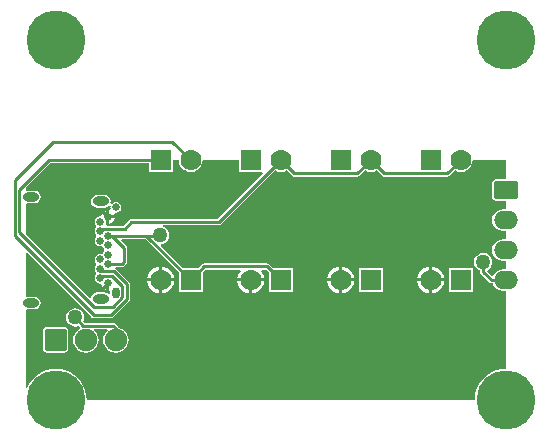
<source format=gbl>
G04 Layer_Physical_Order=2*
G04 Layer_Color=16711680*
%FSLAX44Y44*%
%MOMM*%
G71*
G01*
G75*
%ADD11C,0.2540*%
%ADD13O,1.4000X0.8000*%
%ADD14C,0.6500*%
%ADD15O,0.6500X0.9500*%
%ADD16C,1.7780*%
%ADD17R,1.7780X1.7780*%
%ADD18C,5.0000*%
%ADD19O,2.0320X1.5240*%
G04:AMPARAMS|DCode=20|XSize=1.524mm|YSize=2.032mm|CornerRadius=0.1905mm|HoleSize=0mm|Usage=FLASHONLY|Rotation=270.000|XOffset=0mm|YOffset=0mm|HoleType=Round|Shape=RoundedRectangle|*
%AMROUNDEDRECTD20*
21,1,1.5240,1.6510,0,0,270.0*
21,1,1.1430,2.0320,0,0,270.0*
1,1,0.3810,-0.8255,-0.5715*
1,1,0.3810,-0.8255,0.5715*
1,1,0.3810,0.8255,0.5715*
1,1,0.3810,0.8255,-0.5715*
%
%ADD20ROUNDEDRECTD20*%
G04:AMPARAMS|DCode=21|XSize=1.905mm|YSize=1.905mm|CornerRadius=0.2381mm|HoleSize=0mm|Usage=FLASHONLY|Rotation=90.000|XOffset=0mm|YOffset=0mm|HoleType=Round|Shape=RoundedRectangle|*
%AMROUNDEDRECTD21*
21,1,1.9050,1.4287,0,0,90.0*
21,1,1.4287,1.9050,0,0,90.0*
1,1,0.4763,0.7144,0.7144*
1,1,0.4763,0.7144,-0.7144*
1,1,0.4763,-0.7144,-0.7144*
1,1,0.4763,-0.7144,0.7144*
%
%ADD21ROUNDEDRECTD21*%
%ADD22C,1.9050*%
%ADD23C,1.2700*%
G36*
X685800Y1024952D02*
X677545D01*
X676306Y1024706D01*
X675256Y1024004D01*
X674554Y1022954D01*
X674308Y1021715D01*
Y1010285D01*
X674554Y1009046D01*
X675256Y1007996D01*
X676306Y1007294D01*
X677545Y1007048D01*
X685800D01*
Y999567D01*
X683260D01*
X680939Y999261D01*
X678777Y998365D01*
X676920Y996940D01*
X675495Y995083D01*
X674599Y992921D01*
X674293Y990600D01*
X674599Y988279D01*
X675495Y986117D01*
X676920Y984260D01*
X678777Y982835D01*
X680939Y981939D01*
X683260Y981633D01*
X685800D01*
Y974167D01*
X683260D01*
X680939Y973861D01*
X678777Y972965D01*
X676920Y971540D01*
X675495Y969683D01*
X674599Y967521D01*
X674293Y965200D01*
X674599Y962879D01*
X675495Y960717D01*
X676920Y958860D01*
X678777Y957435D01*
X680939Y956539D01*
X683260Y956233D01*
X685800D01*
Y948767D01*
X683260D01*
X680939Y948461D01*
X678777Y947565D01*
X676920Y946140D01*
X675495Y944283D01*
X675213Y943605D01*
X673968Y943357D01*
X670233Y947092D01*
X670443Y948149D01*
X670674Y948446D01*
X672185Y949605D01*
X673406Y951197D01*
X674174Y953051D01*
X674436Y955040D01*
X674174Y957029D01*
X673406Y958883D01*
X672185Y960475D01*
X670593Y961696D01*
X668739Y962464D01*
X666750Y962726D01*
X664761Y962464D01*
X662907Y961696D01*
X661315Y960475D01*
X660094Y958883D01*
X659326Y957029D01*
X659064Y955040D01*
X659326Y953051D01*
X660094Y951197D01*
X661315Y949605D01*
X662907Y948384D01*
X664160Y947865D01*
Y946912D01*
X664357Y945921D01*
X664919Y945081D01*
X672031Y937969D01*
X672871Y937407D01*
X673862Y937210D01*
X674710D01*
X675495Y935317D01*
X676920Y933460D01*
X678777Y932035D01*
X680939Y931139D01*
X683260Y930833D01*
X685800D01*
Y864551D01*
X681678Y864227D01*
X677657Y863261D01*
X673837Y861679D01*
X670311Y859519D01*
X667167Y856833D01*
X664481Y853689D01*
X662321Y850163D01*
X660739Y846343D01*
X659773Y842322D01*
X659449Y838200D01*
X331151D01*
X330827Y842322D01*
X329861Y846343D01*
X328279Y850163D01*
X326119Y853689D01*
X323433Y856833D01*
X320289Y859519D01*
X316763Y861679D01*
X312943Y863261D01*
X308922Y864227D01*
X304800Y864551D01*
X300678Y864227D01*
X296657Y863261D01*
X292837Y861679D01*
X289311Y859519D01*
X286167Y856833D01*
X283481Y853689D01*
X281321Y850163D01*
X280670Y848592D01*
X279400Y848845D01*
Y914164D01*
X280382Y914970D01*
X280600Y914927D01*
X286600D01*
X288656Y915336D01*
X290400Y916500D01*
X291564Y918244D01*
X291973Y920300D01*
X291564Y922356D01*
X290400Y924099D01*
X288656Y925264D01*
X286600Y925673D01*
X280600D01*
X280382Y925630D01*
X279400Y926435D01*
Y962598D01*
X280573Y963083D01*
X335660Y907997D01*
X336500Y907435D01*
X337491Y907238D01*
X351590D01*
X352581Y907435D01*
X353422Y907997D01*
X367031Y921607D01*
X367593Y922447D01*
X367790Y923438D01*
Y936096D01*
X367593Y937087D01*
X367031Y937927D01*
X355962Y948997D01*
X355448Y949340D01*
X355834Y950610D01*
X360872D01*
X361863Y950807D01*
X362703Y951369D01*
X364543Y953209D01*
X365105Y954049D01*
X365302Y955040D01*
Y967232D01*
X365105Y968223D01*
X364543Y969063D01*
X360170Y973437D01*
X360656Y974610D01*
X380627D01*
X408940Y946298D01*
Y929640D01*
X429260D01*
Y946298D01*
X431603Y948640D01*
X460675D01*
X461302Y947370D01*
X459916Y945564D01*
X458764Y942784D01*
X458539Y941070D01*
X469900D01*
X481261D01*
X481036Y942784D01*
X479884Y945564D01*
X478498Y947370D01*
X479125Y948640D01*
X482797D01*
X485140Y946298D01*
Y929640D01*
X505460D01*
Y949960D01*
X488802D01*
X485701Y953061D01*
X484861Y953623D01*
X483870Y953820D01*
X430530D01*
X429539Y953623D01*
X428699Y953061D01*
X425597Y949960D01*
X412603D01*
X393785Y968778D01*
X394240Y970119D01*
X395435Y970276D01*
X397289Y971044D01*
X398881Y972265D01*
X400102Y973857D01*
X400870Y975711D01*
X401132Y977700D01*
X400870Y979689D01*
X400102Y981543D01*
X398881Y983135D01*
X397289Y984356D01*
X395825Y984962D01*
X396078Y986232D01*
X442722D01*
X443713Y986429D01*
X444553Y986991D01*
X490126Y1032564D01*
X490176Y1032525D01*
X492648Y1031501D01*
X495300Y1031152D01*
X497952Y1031501D01*
X500424Y1032525D01*
X500474Y1032564D01*
X504899Y1028139D01*
X505739Y1027577D01*
X506730Y1027380D01*
X560070D01*
X561061Y1027577D01*
X561901Y1028139D01*
X566326Y1032564D01*
X566376Y1032525D01*
X568848Y1031501D01*
X571500Y1031152D01*
X574152Y1031501D01*
X576624Y1032525D01*
X576674Y1032564D01*
X581099Y1028139D01*
X581939Y1027577D01*
X582930Y1027380D01*
X636270D01*
X637261Y1027577D01*
X638101Y1028139D01*
X642526Y1032564D01*
X642576Y1032525D01*
X645048Y1031501D01*
X647700Y1031152D01*
X650352Y1031501D01*
X652824Y1032525D01*
X654946Y1034154D01*
X656575Y1036276D01*
X657598Y1038748D01*
X657948Y1041400D01*
X685800D01*
Y1024952D01*
D02*
G37*
G36*
X459740Y1031240D02*
X479682D01*
X480312Y1030074D01*
X441649Y991412D01*
X368808D01*
X367817Y991215D01*
X366977Y990653D01*
X362147Y985824D01*
X347859D01*
X347093Y987094D01*
X347330Y987541D01*
X347681Y987579D01*
X347830Y987549D01*
Y993200D01*
Y998851D01*
X346841Y998654D01*
X344926Y997374D01*
X343646Y995459D01*
X343271Y993576D01*
X342100Y993809D01*
X340336Y993458D01*
X338841Y992459D01*
X337842Y990964D01*
X337491Y989200D01*
X337842Y987436D01*
X338841Y985941D01*
X339000Y985835D01*
Y984565D01*
X338841Y984459D01*
X337842Y982964D01*
X337491Y981200D01*
X337842Y979436D01*
X338841Y977941D01*
X339000Y977835D01*
Y976565D01*
X338841Y976459D01*
X337842Y974964D01*
X337491Y973200D01*
X337842Y971436D01*
X338841Y969941D01*
X340336Y968942D01*
X342100Y968591D01*
X343863Y968942D01*
X344731Y967995D01*
X344842Y967436D01*
X345841Y965941D01*
X346000Y965835D01*
Y964565D01*
X345841Y964459D01*
X344842Y962964D01*
X344731Y962405D01*
X343863Y961458D01*
X342100Y961809D01*
X340336Y961458D01*
X338841Y960459D01*
X337842Y958964D01*
X337491Y957200D01*
X337842Y955436D01*
X338841Y953941D01*
X339000Y953835D01*
Y952565D01*
X338841Y952459D01*
X337842Y950964D01*
X337491Y949200D01*
X337842Y947436D01*
X338841Y945941D01*
X339000Y945835D01*
Y944565D01*
X338841Y944459D01*
X337842Y942964D01*
X337491Y941200D01*
X337842Y939436D01*
X338841Y937941D01*
X340336Y936942D01*
X342100Y936591D01*
X343271Y936824D01*
X343646Y934941D01*
X344926Y933026D01*
X346841Y931746D01*
X347830Y931549D01*
Y937200D01*
X350370D01*
Y931106D01*
X350991Y930378D01*
Y928352D01*
X350438Y928021D01*
X349721Y927819D01*
X348156Y928864D01*
X346100Y929273D01*
X340100D01*
X338044Y928864D01*
X336301Y927700D01*
X335136Y925956D01*
X334894Y924742D01*
X333516Y924324D01*
X279400Y978440D01*
Y1003965D01*
X280382Y1004770D01*
X280600Y1004727D01*
X286600D01*
X288656Y1005136D01*
X290400Y1006301D01*
X291564Y1008044D01*
X291973Y1010100D01*
X291564Y1012156D01*
X290400Y1013900D01*
X288656Y1015064D01*
X286600Y1015473D01*
X280600D01*
X280382Y1015430D01*
X279400Y1016236D01*
Y1017925D01*
X300285Y1038810D01*
X383540D01*
Y1031240D01*
X403860D01*
Y1041400D01*
X408852D01*
X409202Y1038748D01*
X410225Y1036276D01*
X411854Y1034154D01*
X413976Y1032525D01*
X416448Y1031501D01*
X419100Y1031152D01*
X421752Y1031501D01*
X424224Y1032525D01*
X426346Y1034154D01*
X427975Y1036276D01*
X428998Y1038748D01*
X429348Y1041400D01*
X459740D01*
Y1031240D01*
D02*
G37*
%LPC*%
G36*
X547370Y951161D02*
Y941070D01*
X557461D01*
X557236Y942784D01*
X556084Y945564D01*
X554252Y947952D01*
X551864Y949784D01*
X549084Y950936D01*
X547370Y951161D01*
D02*
G37*
G36*
X623570D02*
Y941070D01*
X633661D01*
X633436Y942784D01*
X632284Y945564D01*
X630452Y947952D01*
X628064Y949784D01*
X625284Y950936D01*
X623570Y951161D01*
D02*
G37*
G36*
X394970D02*
Y941070D01*
X405061D01*
X404836Y942784D01*
X403684Y945564D01*
X401852Y947952D01*
X399464Y949784D01*
X396684Y950936D01*
X394970Y951161D01*
D02*
G37*
G36*
X544830D02*
X543116Y950936D01*
X540336Y949784D01*
X537948Y947952D01*
X536116Y945564D01*
X534964Y942784D01*
X534739Y941070D01*
X544830D01*
Y951161D01*
D02*
G37*
G36*
X621030D02*
X619316Y950936D01*
X616536Y949784D01*
X614148Y947952D01*
X612316Y945564D01*
X611164Y942784D01*
X610939Y941070D01*
X621030D01*
Y951161D01*
D02*
G37*
G36*
X392430D02*
X390716Y950936D01*
X387936Y949784D01*
X385548Y947952D01*
X383716Y945564D01*
X382564Y942784D01*
X382339Y941070D01*
X392430D01*
Y951161D01*
D02*
G37*
G36*
X657860Y949960D02*
X637540D01*
Y929640D01*
X657860D01*
Y949960D01*
D02*
G37*
G36*
X581660D02*
X561340D01*
Y929640D01*
X581660D01*
Y949960D01*
D02*
G37*
G36*
X633661Y938530D02*
X623570D01*
Y928439D01*
X625284Y928664D01*
X628064Y929816D01*
X630452Y931648D01*
X632284Y934036D01*
X633436Y936816D01*
X633661Y938530D01*
D02*
G37*
G36*
X557461D02*
X547370D01*
Y928439D01*
X549084Y928664D01*
X551864Y929816D01*
X554252Y931648D01*
X556084Y934036D01*
X557236Y936816D01*
X557461Y938530D01*
D02*
G37*
G36*
X481261D02*
X471170D01*
Y928439D01*
X472884Y928664D01*
X475664Y929816D01*
X478052Y931648D01*
X479884Y934036D01*
X481036Y936816D01*
X481261Y938530D01*
D02*
G37*
G36*
X405061D02*
X394970D01*
Y928439D01*
X396684Y928664D01*
X399464Y929816D01*
X401852Y931648D01*
X403684Y934036D01*
X404836Y936816D01*
X405061Y938530D01*
D02*
G37*
G36*
X621030D02*
X610939D01*
X611164Y936816D01*
X612316Y934036D01*
X614148Y931648D01*
X616536Y929816D01*
X619316Y928664D01*
X621030Y928439D01*
Y938530D01*
D02*
G37*
G36*
X544830D02*
X534739D01*
X534964Y936816D01*
X536116Y934036D01*
X537948Y931648D01*
X540336Y929816D01*
X543116Y928664D01*
X544830Y928439D01*
Y938530D01*
D02*
G37*
G36*
X468630D02*
X458539D01*
X458764Y936816D01*
X459916Y934036D01*
X461748Y931648D01*
X464136Y929816D01*
X466916Y928664D01*
X468630Y928439D01*
Y938530D01*
D02*
G37*
G36*
X392430D02*
X382339D01*
X382564Y936816D01*
X383716Y934036D01*
X385548Y931648D01*
X387936Y929816D01*
X390716Y928664D01*
X392430Y928439D01*
Y938530D01*
D02*
G37*
G36*
X311944Y899866D02*
X297656D01*
X296232Y899583D01*
X295024Y898776D01*
X294217Y897568D01*
X293934Y896144D01*
Y881856D01*
X294217Y880432D01*
X295024Y879224D01*
X296232Y878417D01*
X297656Y878133D01*
X311944D01*
X313368Y878417D01*
X314576Y879224D01*
X315383Y880432D01*
X315667Y881856D01*
Y896144D01*
X315383Y897568D01*
X314576Y898776D01*
X313368Y899583D01*
X311944Y899866D01*
D02*
G37*
G36*
X321310Y915736D02*
X319321Y915474D01*
X317467Y914706D01*
X315875Y913485D01*
X314654Y911893D01*
X313886Y910039D01*
X313624Y908050D01*
X313886Y906061D01*
X314654Y904207D01*
X315875Y902615D01*
X317467Y901394D01*
X319321Y900626D01*
X321310Y900364D01*
X323299Y900626D01*
X324552Y901145D01*
X325560Y900137D01*
X325262Y898639D01*
X324756Y898429D01*
X322501Y896699D01*
X320771Y894444D01*
X319683Y891818D01*
X319312Y889000D01*
X319683Y886182D01*
X320771Y883556D01*
X322501Y881301D01*
X324756Y879571D01*
X327382Y878483D01*
X330200Y878112D01*
X333018Y878483D01*
X335644Y879571D01*
X337899Y881301D01*
X339629Y883556D01*
X340717Y886182D01*
X341088Y889000D01*
X340717Y891818D01*
X339629Y894444D01*
X337899Y896699D01*
X337074Y897332D01*
X337505Y898602D01*
X348295D01*
X348726Y897332D01*
X347901Y896699D01*
X346171Y894444D01*
X345083Y891818D01*
X344712Y889000D01*
X345083Y886182D01*
X346171Y883556D01*
X347901Y881301D01*
X350156Y879571D01*
X352782Y878483D01*
X355600Y878112D01*
X358418Y878483D01*
X361044Y879571D01*
X363299Y881301D01*
X365029Y883556D01*
X366117Y886182D01*
X366488Y889000D01*
X366117Y891818D01*
X365029Y894444D01*
X363299Y896699D01*
X361044Y898429D01*
X358418Y899517D01*
X358111Y899558D01*
X357993Y900151D01*
X357431Y900991D01*
X355399Y903023D01*
X354559Y903585D01*
X353568Y903782D01*
X329241D01*
X328215Y904808D01*
X328734Y906061D01*
X328996Y908050D01*
X328734Y910039D01*
X327966Y911893D01*
X326745Y913485D01*
X325153Y914706D01*
X323299Y915474D01*
X321310Y915736D01*
D02*
G37*
G36*
X346100Y1011873D02*
X340100D01*
X338044Y1011464D01*
X336301Y1010299D01*
X335136Y1008556D01*
X334727Y1006500D01*
X335136Y1004444D01*
X336301Y1002700D01*
X338044Y1001536D01*
X340100Y1001127D01*
X346100D01*
X348156Y1001536D01*
X349900Y1002700D01*
X350036Y1002904D01*
X351232Y1002408D01*
X350991Y1001200D01*
X351235Y999974D01*
X350374Y998934D01*
X350370Y998931D01*
Y994470D01*
X354751D01*
X354554Y995459D01*
X354519Y995511D01*
X355283Y996654D01*
X355600Y996591D01*
X357364Y996942D01*
X358859Y997941D01*
X359858Y999436D01*
X360209Y1001200D01*
X359858Y1002964D01*
X358859Y1004459D01*
X357364Y1005458D01*
X355600Y1005808D01*
X353836Y1005458D01*
X352365Y1004475D01*
X352252Y1004500D01*
X351175Y1004999D01*
X351473Y1006500D01*
X351064Y1008556D01*
X349900Y1010299D01*
X348156Y1011464D01*
X346100Y1011873D01*
D02*
G37*
G36*
X354751Y991930D02*
X350370D01*
Y987549D01*
X351359Y987746D01*
X353274Y989026D01*
X354554Y990941D01*
X354751Y991930D01*
D02*
G37*
%LPD*%
D11*
X342100Y983234D02*
X363220D01*
X342100Y943356D02*
X352552D01*
X343408Y947166D02*
Y949200D01*
X352744Y977200D02*
X381700D01*
X392946D01*
X342100Y941200D02*
Y943356D01*
X352552D02*
X361390Y934518D01*
Y925016D02*
Y934518D01*
X353239Y916865D02*
X361390Y925016D01*
X337312Y916865D02*
X353239D01*
X273812Y980365D02*
X337312Y916865D01*
X273812Y980365D02*
Y1016000D01*
X299212Y1041400D01*
X393700D01*
X419100Y939800D02*
X430530Y951230D01*
X483870D01*
X495300Y939800D01*
X342100Y981200D02*
Y983234D01*
X363220D02*
X368808Y988822D01*
X442722D01*
X495300Y1041400D01*
X355600Y889000D02*
Y899160D01*
X353568Y901192D02*
X355600Y899160D01*
X328168Y901192D02*
X353568D01*
X321310Y908050D02*
X328168Y901192D01*
X342100Y949200D02*
X343408D01*
Y947166D02*
X354130D01*
X365200Y936096D01*
Y923438D02*
Y936096D01*
X351590Y909828D02*
X365200Y923438D01*
X337491Y909828D02*
X351590D01*
X270002Y977317D02*
X337491Y909828D01*
X270002Y977317D02*
Y1024128D01*
X302768Y1056894D01*
X403606D01*
X419100Y1041400D01*
X349100Y977200D02*
X352744D01*
X362712Y967232D01*
Y955040D02*
Y967232D01*
X360872Y953200D02*
X362712Y955040D01*
X349100Y953200D02*
X360872D01*
X666750Y946912D02*
Y955040D01*
Y946912D02*
X673862Y939800D01*
X685800D01*
X392946Y977200D02*
X393446Y977700D01*
X381700Y977200D02*
X419100Y939800D01*
X344842Y932942D02*
X349100Y937200D01*
X341376Y932942D02*
X344842D01*
X336296Y938022D02*
X341376Y932942D01*
X336296Y938022D02*
Y992124D01*
X341376Y997204D01*
X345096D01*
X349100Y993200D01*
X636270Y1029970D02*
X647700Y1041400D01*
X582930Y1029970D02*
X636270D01*
X571500Y1041400D02*
X582930Y1029970D01*
X560070D02*
X571500Y1041400D01*
X506730Y1029970D02*
X560070D01*
X495300Y1041400D02*
X506730Y1029970D01*
D13*
X283600Y920300D02*
D03*
Y1010100D02*
D03*
X343100Y923900D02*
D03*
Y1006500D02*
D03*
D14*
X349100Y993200D02*
D03*
Y937200D02*
D03*
X342100Y989200D02*
D03*
Y941200D02*
D03*
Y949200D02*
D03*
Y981200D02*
D03*
Y973200D02*
D03*
Y957200D02*
D03*
X349100Y977200D02*
D03*
Y953200D02*
D03*
Y961200D02*
D03*
Y969200D02*
D03*
X355600Y1001200D02*
D03*
D15*
Y929200D02*
D03*
D16*
X419100Y1041400D02*
D03*
X546100Y939800D02*
D03*
X647700Y1041400D02*
D03*
X571500D02*
D03*
X495300D02*
D03*
X393700Y939800D02*
D03*
X469900D02*
D03*
X622300D02*
D03*
D17*
X393700Y1041400D02*
D03*
X571500Y939800D02*
D03*
X622300Y1041400D02*
D03*
X546100D02*
D03*
X469900D02*
D03*
X419100Y939800D02*
D03*
X495300D02*
D03*
X647700D02*
D03*
D18*
X685800Y838200D02*
D03*
Y1143000D02*
D03*
X304800Y838200D02*
D03*
Y1143000D02*
D03*
D19*
X685800Y939800D02*
D03*
Y990600D02*
D03*
Y965200D02*
D03*
D20*
Y1016000D02*
D03*
D21*
X304800Y889000D02*
D03*
D22*
X330200D02*
D03*
X355600D02*
D03*
D23*
X321310Y908050D02*
D03*
X666750Y955040D02*
D03*
X393446Y977700D02*
D03*
M02*

</source>
